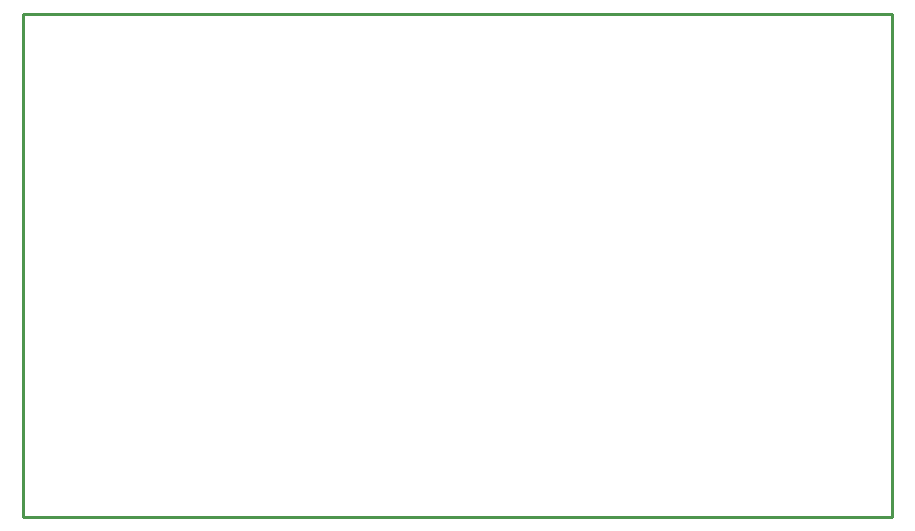
<source format=gm1>
G04*
G04 #@! TF.GenerationSoftware,Altium Limited,Altium Designer,25.8.1 (18)*
G04*
G04 Layer_Color=16711935*
%FSLAX44Y44*%
%MOMM*%
G71*
G04*
G04 #@! TF.SameCoordinates,FD4C0DAB-9491-4D72-95A4-0CDAAEB39303*
G04*
G04*
G04 #@! TF.FilePolarity,Positive*
G04*
G01*
G75*
%ADD12C,0.2540*%
D12*
X0Y0D02*
X735330D01*
X0Y425450D02*
X735330D01*
Y0D02*
Y425450D01*
X0Y0D02*
Y425450D01*
M02*

</source>
